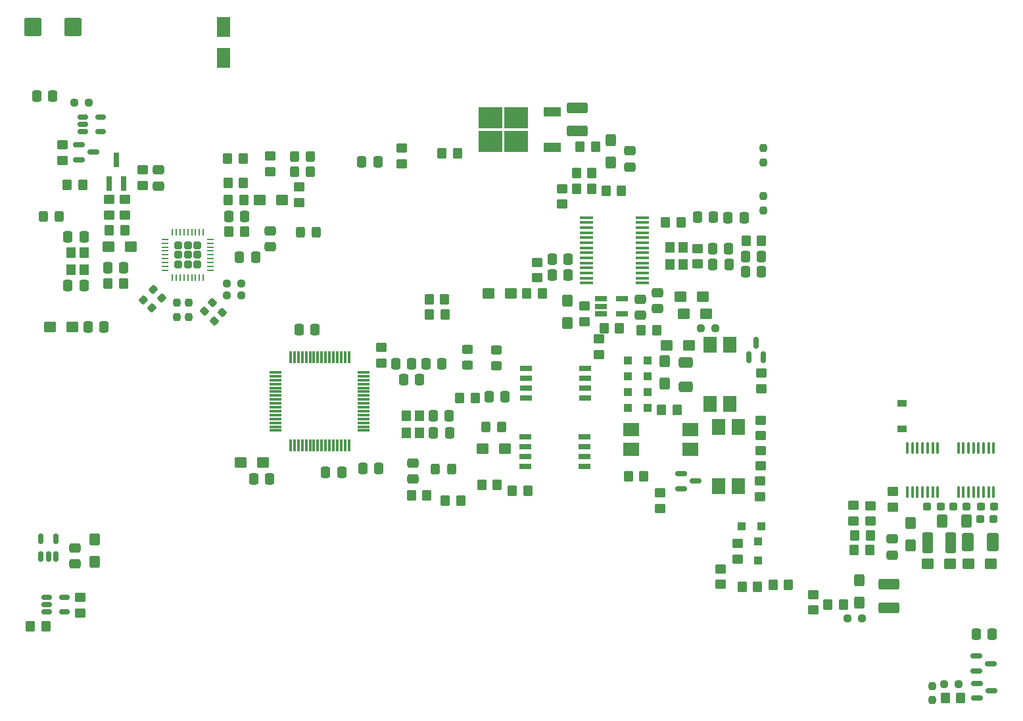
<source format=gbr>
%TF.GenerationSoftware,KiCad,Pcbnew,6.0.2+dfsg-1*%
%TF.CreationDate,2024-03-10T18:27:38+01:00*%
%TF.ProjectId,radio-usb,72616469-6f2d-4757-9362-2e6b69636164,rev?*%
%TF.SameCoordinates,Original*%
%TF.FileFunction,Paste,Top*%
%TF.FilePolarity,Positive*%
%FSLAX46Y46*%
G04 Gerber Fmt 4.6, Leading zero omitted, Abs format (unit mm)*
G04 Created by KiCad (PCBNEW 6.0.2+dfsg-1) date 2024-03-10 18:27:38*
%MOMM*%
%LPD*%
G01*
G04 APERTURE LIST*
G04 Aperture macros list*
%AMRoundRect*
0 Rectangle with rounded corners*
0 $1 Rounding radius*
0 $2 $3 $4 $5 $6 $7 $8 $9 X,Y pos of 4 corners*
0 Add a 4 corners polygon primitive as box body*
4,1,4,$2,$3,$4,$5,$6,$7,$8,$9,$2,$3,0*
0 Add four circle primitives for the rounded corners*
1,1,$1+$1,$2,$3*
1,1,$1+$1,$4,$5*
1,1,$1+$1,$6,$7*
1,1,$1+$1,$8,$9*
0 Add four rect primitives between the rounded corners*
20,1,$1+$1,$2,$3,$4,$5,0*
20,1,$1+$1,$4,$5,$6,$7,0*
20,1,$1+$1,$6,$7,$8,$9,0*
20,1,$1+$1,$8,$9,$2,$3,0*%
G04 Aperture macros list end*
%ADD10RoundRect,0.250000X0.450000X-0.350000X0.450000X0.350000X-0.450000X0.350000X-0.450000X-0.350000X0*%
%ADD11RoundRect,0.250000X-0.537500X-0.425000X0.537500X-0.425000X0.537500X0.425000X-0.537500X0.425000X0*%
%ADD12RoundRect,0.250000X-0.337500X-0.475000X0.337500X-0.475000X0.337500X0.475000X-0.337500X0.475000X0*%
%ADD13R,1.800000X2.500000*%
%ADD14RoundRect,0.250001X-0.462499X-1.074999X0.462499X-1.074999X0.462499X1.074999X-0.462499X1.074999X0*%
%ADD15RoundRect,0.250000X-0.350000X-0.450000X0.350000X-0.450000X0.350000X0.450000X-0.350000X0.450000X0*%
%ADD16RoundRect,0.237500X-0.250000X-0.237500X0.250000X-0.237500X0.250000X0.237500X-0.250000X0.237500X0*%
%ADD17RoundRect,0.250000X-0.450000X0.325000X-0.450000X-0.325000X0.450000X-0.325000X0.450000X0.325000X0*%
%ADD18RoundRect,0.250000X-0.475000X0.337500X-0.475000X-0.337500X0.475000X-0.337500X0.475000X0.337500X0*%
%ADD19RoundRect,0.250000X0.475000X-0.337500X0.475000X0.337500X-0.475000X0.337500X-0.475000X-0.337500X0*%
%ADD20RoundRect,0.250000X0.337500X0.475000X-0.337500X0.475000X-0.337500X-0.475000X0.337500X-0.475000X0*%
%ADD21RoundRect,0.250001X1.074999X-0.462499X1.074999X0.462499X-1.074999X0.462499X-1.074999X-0.462499X0*%
%ADD22RoundRect,0.250000X-0.425000X0.537500X-0.425000X-0.537500X0.425000X-0.537500X0.425000X0.537500X0*%
%ADD23RoundRect,0.237500X-0.344715X0.008839X0.008839X-0.344715X0.344715X-0.008839X-0.008839X0.344715X0*%
%ADD24RoundRect,0.250000X0.325000X0.450000X-0.325000X0.450000X-0.325000X-0.450000X0.325000X-0.450000X0*%
%ADD25RoundRect,0.250000X0.425000X-0.537500X0.425000X0.537500X-0.425000X0.537500X-0.425000X-0.537500X0*%
%ADD26RoundRect,0.250001X-1.074999X0.462499X-1.074999X-0.462499X1.074999X-0.462499X1.074999X0.462499X0*%
%ADD27RoundRect,0.250000X0.537500X0.425000X-0.537500X0.425000X-0.537500X-0.425000X0.537500X-0.425000X0*%
%ADD28R,1.600000X0.760000*%
%ADD29RoundRect,0.150000X-0.587500X-0.150000X0.587500X-0.150000X0.587500X0.150000X-0.587500X0.150000X0*%
%ADD30R,1.000000X1.000000*%
%ADD31RoundRect,0.237500X-0.237500X0.250000X-0.237500X-0.250000X0.237500X-0.250000X0.237500X0.250000X0*%
%ADD32RoundRect,0.237500X0.008839X0.344715X-0.344715X-0.008839X-0.008839X-0.344715X0.344715X0.008839X0*%
%ADD33RoundRect,0.250000X0.350000X0.450000X-0.350000X0.450000X-0.350000X-0.450000X0.350000X-0.450000X0*%
%ADD34RoundRect,0.250000X-0.650000X0.412500X-0.650000X-0.412500X0.650000X-0.412500X0.650000X0.412500X0*%
%ADD35RoundRect,0.250000X-0.450000X0.350000X-0.450000X-0.350000X0.450000X-0.350000X0.450000X0.350000X0*%
%ADD36RoundRect,0.150000X0.150000X-0.587500X0.150000X0.587500X-0.150000X0.587500X-0.150000X-0.587500X0*%
%ADD37RoundRect,0.237500X0.250000X0.237500X-0.250000X0.237500X-0.250000X-0.237500X0.250000X-0.237500X0*%
%ADD38RoundRect,0.150000X0.150000X-0.512500X0.150000X0.512500X-0.150000X0.512500X-0.150000X-0.512500X0*%
%ADD39R,1.200000X0.900000*%
%ADD40RoundRect,0.237500X0.300000X0.237500X-0.300000X0.237500X-0.300000X-0.237500X0.300000X-0.237500X0*%
%ADD41RoundRect,0.237500X0.237500X-0.250000X0.237500X0.250000X-0.237500X0.250000X-0.237500X-0.250000X0*%
%ADD42RoundRect,0.100000X0.100000X-0.637500X0.100000X0.637500X-0.100000X0.637500X-0.100000X-0.637500X0*%
%ADD43R,1.780000X2.000000*%
%ADD44RoundRect,0.250000X-0.400000X-0.625000X0.400000X-0.625000X0.400000X0.625000X-0.400000X0.625000X0*%
%ADD45RoundRect,0.237500X-0.300000X-0.237500X0.300000X-0.237500X0.300000X0.237500X-0.300000X0.237500X0*%
%ADD46R,3.050000X2.750000*%
%ADD47R,2.200000X1.200000*%
%ADD48R,1.200000X1.400000*%
%ADD49R,1.750000X0.450000*%
%ADD50RoundRect,0.150000X-0.512500X-0.150000X0.512500X-0.150000X0.512500X0.150000X-0.512500X0.150000X0*%
%ADD51RoundRect,0.250001X-0.499999X-0.924999X0.499999X-0.924999X0.499999X0.924999X-0.499999X0.924999X0*%
%ADD52R,1.560000X0.650000*%
%ADD53RoundRect,0.250000X-0.325000X-0.450000X0.325000X-0.450000X0.325000X0.450000X-0.325000X0.450000X0*%
%ADD54R,2.000000X1.780000*%
%ADD55RoundRect,0.247500X0.247500X-0.247500X0.247500X0.247500X-0.247500X0.247500X-0.247500X-0.247500X0*%
%ADD56RoundRect,0.062500X0.062500X-0.350000X0.062500X0.350000X-0.062500X0.350000X-0.062500X-0.350000X0*%
%ADD57RoundRect,0.062500X0.350000X-0.062500X0.350000X0.062500X-0.350000X0.062500X-0.350000X-0.062500X0*%
%ADD58R,0.800000X1.900000*%
%ADD59RoundRect,0.075000X0.700000X0.075000X-0.700000X0.075000X-0.700000X-0.075000X0.700000X-0.075000X0*%
%ADD60RoundRect,0.075000X0.075000X0.700000X-0.075000X0.700000X-0.075000X-0.700000X0.075000X-0.700000X0*%
%ADD61RoundRect,0.250000X0.875000X0.925000X-0.875000X0.925000X-0.875000X-0.925000X0.875000X-0.925000X0*%
G04 APERTURE END LIST*
D10*
%TO.C,R27*%
X134010400Y-80552800D03*
X134010400Y-78552800D03*
%TD*%
D11*
%TO.C,C61*%
X121981100Y-68910200D03*
X124856100Y-68910200D03*
%TD*%
%TO.C,C38*%
X98206700Y-82219800D03*
X101081700Y-82219800D03*
%TD*%
D12*
%TO.C,C34*%
X88036400Y-73374522D03*
X90111400Y-73374522D03*
%TD*%
D13*
%TO.C,D4*%
X64846200Y-27946600D03*
X64846200Y-31946600D03*
%TD*%
D14*
%TO.C,L2*%
X155560700Y-94310200D03*
X158535700Y-94310200D03*
%TD*%
D15*
%TO.C,R34*%
X39995600Y-105054400D03*
X41995600Y-105054400D03*
%TD*%
D16*
%TO.C,R17*%
X45671100Y-37719000D03*
X47496100Y-37719000D03*
%TD*%
D17*
%TO.C,D16*%
X96266000Y-69409200D03*
X96266000Y-71459200D03*
%TD*%
D18*
%TO.C,C9*%
X70891400Y-54182100D03*
X70891400Y-56257100D03*
%TD*%
D19*
%TO.C,C57*%
X120777000Y-64228800D03*
X120777000Y-62153800D03*
%TD*%
D20*
%TO.C,C58*%
X109241500Y-57810400D03*
X107166500Y-57810400D03*
%TD*%
D21*
%TO.C,L3*%
X150571200Y-102681100D03*
X150571200Y-99706100D03*
%TD*%
D15*
%TO.C,R10*%
X50003200Y-61010800D03*
X52003200Y-61010800D03*
%TD*%
D22*
%TO.C,C42*%
X48310800Y-93914100D03*
X48310800Y-96789100D03*
%TD*%
D12*
%TO.C,C14*%
X66932900Y-57607200D03*
X69007900Y-57607200D03*
%TD*%
D10*
%TO.C,R16*%
X44145200Y-45145200D03*
X44145200Y-43145200D03*
%TD*%
D20*
%TO.C,C59*%
X109241500Y-59842400D03*
X107166500Y-59842400D03*
%TD*%
D23*
%TO.C,R46*%
X63449200Y-63423800D03*
X64739670Y-64714270D03*
%TD*%
D15*
%TO.C,R33*%
X146167600Y-93370400D03*
X148167600Y-93370400D03*
%TD*%
D10*
%TO.C,R14*%
X50165000Y-52155600D03*
X50165000Y-50155600D03*
%TD*%
D12*
%TO.C,C51*%
X127842100Y-56464200D03*
X129917100Y-56464200D03*
%TD*%
D24*
%TO.C,L4*%
X100669200Y-79445122D03*
X98619200Y-79445122D03*
%TD*%
D25*
%TO.C,C60*%
X121691400Y-73878300D03*
X121691400Y-71003300D03*
%TD*%
D26*
%TO.C,L5*%
X110439200Y-38390500D03*
X110439200Y-41365500D03*
%TD*%
D27*
%TO.C,C13*%
X52923300Y-56261000D03*
X50048300Y-56261000D03*
%TD*%
D11*
%TO.C,C18*%
X160792300Y-97028000D03*
X163667300Y-97028000D03*
%TD*%
D28*
%TO.C,SW5*%
X103755100Y-80664322D03*
X103755100Y-81934322D03*
X103755100Y-83204322D03*
X103755100Y-84474322D03*
X111375100Y-84474322D03*
X111375100Y-83204322D03*
X111375100Y-81934322D03*
X111375100Y-80664322D03*
%TD*%
D18*
%TO.C,C39*%
X117170200Y-43869700D03*
X117170200Y-45944700D03*
%TD*%
D11*
%TO.C,C11*%
X69504700Y-50215800D03*
X72379700Y-50215800D03*
%TD*%
D15*
%TO.C,R57*%
X91354400Y-62992000D03*
X93354400Y-62992000D03*
%TD*%
D29*
%TO.C,Q3*%
X161876500Y-112435600D03*
X161876500Y-114335600D03*
X163751500Y-113385600D03*
%TD*%
D20*
%TO.C,C5*%
X46884500Y-54940200D03*
X44809500Y-54940200D03*
%TD*%
D10*
%TO.C,R23*%
X46380400Y-103362000D03*
X46380400Y-101362000D03*
%TD*%
D15*
%TO.C,R64*%
X110302800Y-46786800D03*
X112302800Y-46786800D03*
%TD*%
D11*
%TO.C,C50*%
X124165500Y-64871600D03*
X127040500Y-64871600D03*
%TD*%
D30*
%TO.C,D10*%
X133731000Y-94127000D03*
X133731000Y-96627000D03*
%TD*%
%TO.C,D18*%
X119461600Y-72898000D03*
X116961600Y-72898000D03*
%TD*%
%TO.C,D17*%
X119461600Y-70891400D03*
X116961600Y-70891400D03*
%TD*%
D31*
%TO.C,R22*%
X58877200Y-63425700D03*
X58877200Y-65250700D03*
%TD*%
D11*
%TO.C,C54*%
X123759100Y-62661800D03*
X126634100Y-62661800D03*
%TD*%
D12*
%TO.C,C28*%
X90932000Y-71342522D03*
X93007000Y-71342522D03*
%TD*%
D10*
%TO.C,R2*%
X74650600Y-50530000D03*
X74650600Y-48530000D03*
%TD*%
D15*
%TO.C,R53*%
X110760000Y-43357800D03*
X112760000Y-43357800D03*
%TD*%
D32*
%TO.C,R30*%
X56906235Y-62829365D03*
X55615765Y-64119835D03*
%TD*%
D33*
%TO.C,R44*%
X97262100Y-75711322D03*
X95262100Y-75711322D03*
%TD*%
D34*
%TO.C,C62*%
X124358400Y-71106900D03*
X124358400Y-74231900D03*
%TD*%
D15*
%TO.C,R51*%
X93437200Y-88925400D03*
X95437200Y-88925400D03*
%TD*%
D35*
%TO.C,R25*%
X131089400Y-94453200D03*
X131089400Y-96453200D03*
%TD*%
D22*
%TO.C,C48*%
X109118400Y-63180100D03*
X109118400Y-66055100D03*
%TD*%
D10*
%TO.C,R65*%
X134010400Y-84439000D03*
X134010400Y-82439000D03*
%TD*%
D30*
%TO.C,D19*%
X119461600Y-74904600D03*
X116961600Y-74904600D03*
%TD*%
D36*
%TO.C,Q4*%
X132527000Y-70431900D03*
X134427000Y-70431900D03*
X133477000Y-68556900D03*
%TD*%
D37*
%TO.C,R35*%
X147089500Y-104063800D03*
X145264500Y-104063800D03*
%TD*%
D18*
%TO.C,C10*%
X45770800Y-94974500D03*
X45770800Y-97049500D03*
%TD*%
D19*
%TO.C,C21*%
X150977600Y-95931900D03*
X150977600Y-93856900D03*
%TD*%
D35*
%TO.C,R80*%
X121107200Y-87900000D03*
X121107200Y-89900000D03*
%TD*%
D37*
%TO.C,R78*%
X128166500Y-66751200D03*
X126341500Y-66751200D03*
%TD*%
D22*
%TO.C,C37*%
X114757200Y-42504500D03*
X114757200Y-45379500D03*
%TD*%
D15*
%TO.C,R5*%
X50181000Y-54152800D03*
X52181000Y-54152800D03*
%TD*%
D33*
%TO.C,R49*%
X100110800Y-86868000D03*
X98110800Y-86868000D03*
%TD*%
D16*
%TO.C,R43*%
X65305300Y-62484000D03*
X67130300Y-62484000D03*
%TD*%
D29*
%TO.C,Q5*%
X123776500Y-85460800D03*
X123776500Y-87360800D03*
X125651500Y-86410800D03*
%TD*%
D16*
%TO.C,R42*%
X65305300Y-60960000D03*
X67130300Y-60960000D03*
%TD*%
D12*
%TO.C,C52*%
X127867500Y-58496200D03*
X129942500Y-58496200D03*
%TD*%
D38*
%TO.C,U4*%
X41366400Y-96133500D03*
X42316400Y-96133500D03*
X43266400Y-96133500D03*
X43266400Y-93858500D03*
X41366400Y-93858500D03*
%TD*%
D27*
%TO.C,C49*%
X101894500Y-62230000D03*
X99019500Y-62230000D03*
%TD*%
D39*
%TO.C,D7*%
X152222200Y-79678800D03*
X152222200Y-76378800D03*
%TD*%
D29*
%TO.C,Q2*%
X161800300Y-108930400D03*
X161800300Y-110830400D03*
X163675300Y-109880400D03*
%TD*%
D10*
%TO.C,R79*%
X128905000Y-99679000D03*
X128905000Y-97679000D03*
%TD*%
D35*
%TO.C,R9*%
X148183600Y-89551000D03*
X148183600Y-91551000D03*
%TD*%
D40*
%TO.C,C32*%
X160577700Y-89636600D03*
X158852700Y-89636600D03*
%TD*%
D33*
%TO.C,R54*%
X123783600Y-53111400D03*
X121783600Y-53111400D03*
%TD*%
D20*
%TO.C,C1*%
X49475300Y-66522600D03*
X47400300Y-66522600D03*
%TD*%
D41*
%TO.C,R70*%
X134391400Y-51560100D03*
X134391400Y-49735100D03*
%TD*%
D15*
%TO.C,R21*%
X131638800Y-99999800D03*
X133638800Y-99999800D03*
%TD*%
D23*
%TO.C,R48*%
X62382400Y-64490600D03*
X63672870Y-65781070D03*
%TD*%
D42*
%TO.C,U13*%
X159497600Y-87850900D03*
X160147600Y-87850900D03*
X160797600Y-87850900D03*
X161447600Y-87850900D03*
X162097600Y-87850900D03*
X162747600Y-87850900D03*
X163397600Y-87850900D03*
X164047600Y-87850900D03*
X164047600Y-82125900D03*
X163397600Y-82125900D03*
X162747600Y-82125900D03*
X162097600Y-82125900D03*
X161447600Y-82125900D03*
X160797600Y-82125900D03*
X160147600Y-82125900D03*
X159497598Y-82125896D03*
%TD*%
D15*
%TO.C,R60*%
X118659400Y-66954400D03*
X120659400Y-66954400D03*
%TD*%
D31*
%TO.C,R24*%
X60401200Y-63425700D03*
X60401200Y-65250700D03*
%TD*%
D20*
%TO.C,C55*%
X134158900Y-57531000D03*
X132083900Y-57531000D03*
%TD*%
D35*
%TO.C,R38*%
X146024600Y-89500200D03*
X146024600Y-91500200D03*
%TD*%
D12*
%TO.C,C4*%
X82680900Y-45339000D03*
X84755900Y-45339000D03*
%TD*%
D33*
%TO.C,R72*%
X112302800Y-48768000D03*
X110302800Y-48768000D03*
%TD*%
%TO.C,R4*%
X67471800Y-50215800D03*
X65471800Y-50215800D03*
%TD*%
D15*
%TO.C,R29*%
X135626600Y-99720400D03*
X137626600Y-99720400D03*
%TD*%
D10*
%TO.C,R18*%
X87833200Y-45526200D03*
X87833200Y-43526200D03*
%TD*%
D30*
%TO.C,D20*%
X119461600Y-76936600D03*
X116961600Y-76936600D03*
%TD*%
D32*
%TO.C,R26*%
X55839435Y-61762565D03*
X54548965Y-63053035D03*
%TD*%
D33*
%TO.C,R6*%
X67573400Y-54305200D03*
X65573400Y-54305200D03*
%TD*%
%TO.C,R62*%
X105902000Y-62204600D03*
X103902000Y-62204600D03*
%TD*%
D20*
%TO.C,C36*%
X101138900Y-75565000D03*
X99063900Y-75565000D03*
%TD*%
D15*
%TO.C,R1*%
X44745400Y-48260000D03*
X46745400Y-48260000D03*
%TD*%
D43*
%TO.C,U20*%
X128625600Y-87020400D03*
X131165600Y-87020400D03*
X131165600Y-79400400D03*
X128625600Y-79400400D03*
%TD*%
D44*
%TO.C,R20*%
X157428600Y-91541600D03*
X160528600Y-91541600D03*
%TD*%
D30*
%TO.C,D9*%
X131617400Y-92202000D03*
X134117400Y-92202000D03*
%TD*%
D28*
%TO.C,SW4*%
X103831300Y-71901322D03*
X103831300Y-73171322D03*
X103831300Y-74441322D03*
X103831300Y-75711322D03*
X111451300Y-75711322D03*
X111451300Y-74441322D03*
X111451300Y-73171322D03*
X111451300Y-71901322D03*
%TD*%
D45*
%TO.C,C29*%
X162383300Y-89687400D03*
X164108300Y-89687400D03*
%TD*%
D25*
%TO.C,C16*%
X153365200Y-94655500D03*
X153365200Y-91780500D03*
%TD*%
D12*
%TO.C,C27*%
X125911700Y-52451000D03*
X127986700Y-52451000D03*
%TD*%
D10*
%TO.C,R45*%
X108483400Y-50758600D03*
X108483400Y-48758600D03*
%TD*%
%TO.C,R61*%
X105283000Y-60232800D03*
X105283000Y-58232800D03*
%TD*%
D43*
%TO.C,U21*%
X127508000Y-76479400D03*
X130048000Y-76479400D03*
X130048000Y-68859400D03*
X127508000Y-68859400D03*
%TD*%
D15*
%TO.C,R32*%
X146066000Y-95275400D03*
X148066000Y-95275400D03*
%TD*%
D35*
%TO.C,R40*%
X151028400Y-87747600D03*
X151028400Y-89747600D03*
%TD*%
D15*
%TO.C,R52*%
X89068400Y-88265000D03*
X91068400Y-88265000D03*
%TD*%
D35*
%TO.C,R15*%
X54457600Y-46345600D03*
X54457600Y-48345600D03*
%TD*%
D20*
%TO.C,C43*%
X131923700Y-52476400D03*
X129848700Y-52476400D03*
%TD*%
D17*
%TO.C,D15*%
X99999800Y-69485400D03*
X99999800Y-71535400D03*
%TD*%
D27*
%TO.C,C56*%
X69988200Y-83966322D03*
X67113200Y-83966322D03*
%TD*%
D12*
%TO.C,C35*%
X87045800Y-71342522D03*
X89120800Y-71342522D03*
%TD*%
%TO.C,C45*%
X132058500Y-59486800D03*
X134133500Y-59486800D03*
%TD*%
%TO.C,C25*%
X82804000Y-84728322D03*
X84879000Y-84728322D03*
%TD*%
D24*
%TO.C,D6*%
X76056600Y-46609000D03*
X74006600Y-46609000D03*
%TD*%
D33*
%TO.C,R81*%
X119008400Y-85750400D03*
X117008400Y-85750400D03*
%TD*%
%TO.C,R8*%
X67421000Y-44907200D03*
X65421000Y-44907200D03*
%TD*%
%TO.C,R41*%
X159800800Y-114274600D03*
X157800800Y-114274600D03*
%TD*%
D10*
%TO.C,R31*%
X140817600Y-102981000D03*
X140817600Y-100981000D03*
%TD*%
D46*
%TO.C,U7*%
X102572000Y-42698400D03*
X99222000Y-39648400D03*
X99222000Y-42698400D03*
X102572000Y-39648400D03*
D47*
X107197000Y-43453400D03*
X107197000Y-38893400D03*
%TD*%
D15*
%TO.C,R77*%
X113858800Y-66700400D03*
X115858800Y-66700400D03*
%TD*%
D45*
%TO.C,C33*%
X162332500Y-91287600D03*
X164057500Y-91287600D03*
%TD*%
D48*
%TO.C,Y2*%
X88401700Y-78014922D03*
X88401700Y-80214922D03*
X90101700Y-80214922D03*
X90101700Y-78014922D03*
%TD*%
D10*
%TO.C,R55*%
X125919611Y-58462598D03*
X125919611Y-56462598D03*
%TD*%
D19*
%TO.C,C41*%
X89277100Y-86121422D03*
X89277100Y-84046422D03*
%TD*%
D10*
%TO.C,R3*%
X70891400Y-46567600D03*
X70891400Y-44567600D03*
%TD*%
D33*
%TO.C,R19*%
X94980000Y-44221400D03*
X92980000Y-44221400D03*
%TD*%
D41*
%TO.C,R36*%
X156108400Y-114577500D03*
X156108400Y-112752500D03*
%TD*%
D49*
%TO.C,U15*%
X111614400Y-52467800D03*
X111614400Y-53117800D03*
X111614407Y-53767812D03*
X111614407Y-54417798D03*
X111614407Y-55067810D03*
X111614407Y-55717796D03*
X111614407Y-56367807D03*
X111614400Y-57017800D03*
X111614400Y-57667800D03*
X111614400Y-58317800D03*
X111614407Y-58967802D03*
X111614400Y-59617800D03*
X111614400Y-60267800D03*
X111614400Y-60917800D03*
X118814400Y-60917800D03*
X118814400Y-60267800D03*
X118814400Y-59617800D03*
X118814393Y-58967802D03*
X118814400Y-58317800D03*
X118814400Y-57667800D03*
X118814400Y-57017800D03*
X118814393Y-56367807D03*
X118814400Y-55717800D03*
X118814400Y-55067800D03*
X118814393Y-54417798D03*
X118814393Y-53767812D03*
X118814400Y-53117800D03*
X118814393Y-52467789D03*
%TD*%
D33*
%TO.C,R7*%
X67446400Y-47980600D03*
X65446400Y-47980600D03*
%TD*%
D15*
%TO.C,R59*%
X91379800Y-64947800D03*
X93379800Y-64947800D03*
%TD*%
D20*
%TO.C,C2*%
X46884500Y-61214000D03*
X44809500Y-61214000D03*
%TD*%
D18*
%TO.C,C7*%
X56515000Y-46333500D03*
X56515000Y-48408500D03*
%TD*%
D45*
%TO.C,C24*%
X155499900Y-89636600D03*
X157224900Y-89636600D03*
%TD*%
D15*
%TO.C,R39*%
X142687800Y-102311200D03*
X144687800Y-102311200D03*
%TD*%
D50*
%TO.C,U5*%
X46741500Y-39537600D03*
X46741500Y-40487600D03*
X46741500Y-41437600D03*
X49016500Y-41437600D03*
X49016500Y-39537600D03*
%TD*%
D12*
%TO.C,C6*%
X49965700Y-58953400D03*
X52040700Y-58953400D03*
%TD*%
%TO.C,C31*%
X91871800Y-78022722D03*
X93946800Y-78022722D03*
%TD*%
D51*
%TO.C,C19*%
X160681000Y-94259400D03*
X163931000Y-94259400D03*
%TD*%
D10*
%TO.C,R28*%
X133934200Y-88376000D03*
X133934200Y-86376000D03*
%TD*%
D42*
%TO.C,U9*%
X152939200Y-87850900D03*
X153589200Y-87850900D03*
X154239200Y-87850900D03*
X154889200Y-87850900D03*
X155539211Y-87850904D03*
X156189197Y-87850904D03*
X156839200Y-87850900D03*
X156839200Y-82125900D03*
X156189200Y-82125900D03*
X155539200Y-82125900D03*
X154889200Y-82125900D03*
X154239189Y-82125896D03*
X153589200Y-82125900D03*
X152939191Y-82125896D03*
%TD*%
D52*
%TO.C,U23*%
X113458000Y-62956400D03*
X113458000Y-63906400D03*
X113458000Y-64856400D03*
X116158000Y-64856400D03*
X116158000Y-62956400D03*
%TD*%
D53*
%TO.C,D1*%
X41697800Y-52349400D03*
X43747800Y-52349400D03*
%TD*%
D15*
%TO.C,R50*%
X102073200Y-87655400D03*
X104073200Y-87655400D03*
%TD*%
D54*
%TO.C,U18*%
X124993400Y-82321400D03*
X124993400Y-79781400D03*
X117373400Y-79781400D03*
X117373400Y-82321400D03*
%TD*%
D33*
%TO.C,R58*%
X134146800Y-55499000D03*
X132146800Y-55499000D03*
%TD*%
%TO.C,R71*%
X116112800Y-49072800D03*
X114112800Y-49072800D03*
%TD*%
D10*
%TO.C,R67*%
X113207800Y-70113400D03*
X113207800Y-68113400D03*
%TD*%
D12*
%TO.C,C12*%
X65510500Y-52298600D03*
X67585500Y-52298600D03*
%TD*%
D53*
%TO.C,D5*%
X74006600Y-44602400D03*
X76056600Y-44602400D03*
%TD*%
D33*
%TO.C,R66*%
X123275600Y-77190600D03*
X121275600Y-77190600D03*
%TD*%
D11*
%TO.C,C20*%
X155534500Y-97002600D03*
X158409500Y-97002600D03*
%TD*%
D18*
%TO.C,C46*%
X118592600Y-62995900D03*
X118592600Y-65070900D03*
%TD*%
D11*
%TO.C,C8*%
X42555300Y-66522600D03*
X45430300Y-66522600D03*
%TD*%
D12*
%TO.C,C47*%
X74574400Y-66922922D03*
X76649400Y-66922922D03*
%TD*%
D10*
%TO.C,R68*%
X111328200Y-65846200D03*
X111328200Y-63846200D03*
%TD*%
D29*
%TO.C,Q1*%
X46230300Y-43119000D03*
X46230300Y-45019000D03*
X48105300Y-44069000D03*
%TD*%
D16*
%TO.C,R37*%
X157710500Y-112522000D03*
X159535500Y-112522000D03*
%TD*%
D12*
%TO.C,C53*%
X78003400Y-85312522D03*
X80078400Y-85312522D03*
%TD*%
%TO.C,C17*%
X40821700Y-36880800D03*
X42896700Y-36880800D03*
%TD*%
D20*
%TO.C,C22*%
X163851500Y-106095800D03*
X161776500Y-106095800D03*
%TD*%
D10*
%TO.C,R47*%
X85162300Y-71174122D03*
X85162300Y-69174122D03*
%TD*%
D48*
%TO.C,Y1*%
X46900200Y-59189800D03*
X46900200Y-56989800D03*
X45200200Y-56989800D03*
X45200200Y-59189800D03*
%TD*%
D20*
%TO.C,C26*%
X70832800Y-86125322D03*
X68757800Y-86125322D03*
%TD*%
D24*
%TO.C,L6*%
X94213700Y-84880722D03*
X92163700Y-84880722D03*
%TD*%
D10*
%TO.C,R63*%
X134112000Y-74507600D03*
X134112000Y-72507600D03*
%TD*%
D35*
%TO.C,R13*%
X52146200Y-50155600D03*
X52146200Y-52155600D03*
%TD*%
D22*
%TO.C,C23*%
X146735800Y-99197300D03*
X146735800Y-102072300D03*
%TD*%
D55*
%TO.C,U6*%
X59044200Y-57277000D03*
X60274200Y-58507000D03*
X60274200Y-56047000D03*
X59044200Y-56047000D03*
X59044200Y-58507000D03*
X61504200Y-57277000D03*
X61504200Y-58507000D03*
X61504200Y-56047000D03*
X60274200Y-57277000D03*
D56*
X58274200Y-60214500D03*
X58774200Y-60214500D03*
X59274200Y-60214500D03*
X59774200Y-60214500D03*
X60274200Y-60214500D03*
X60774200Y-60214500D03*
X61274200Y-60214500D03*
X61774200Y-60214500D03*
X62274200Y-60214500D03*
D57*
X63211700Y-59277000D03*
X63211710Y-58776997D03*
X63211700Y-58277000D03*
X63211710Y-57776999D03*
X63211710Y-57277000D03*
X63211700Y-56777000D03*
X63211710Y-56277002D03*
X63211700Y-55777000D03*
X63211700Y-55277000D03*
D56*
X62274200Y-54339500D03*
X61774200Y-54339500D03*
X61274198Y-54339490D03*
X60774200Y-54339500D03*
X60274200Y-54339500D03*
X59774200Y-54339500D03*
X59274200Y-54339500D03*
X58774200Y-54339500D03*
X58274200Y-54339500D03*
D57*
X57336700Y-55277000D03*
X57336704Y-55776992D03*
X57336700Y-56277000D03*
X57336700Y-56777000D03*
X57336700Y-57277000D03*
X57336700Y-57777000D03*
X57336700Y-58277000D03*
X57336700Y-58777000D03*
X57336700Y-59277000D03*
%TD*%
D58*
%TO.C,U3*%
X50104000Y-48083600D03*
X52004000Y-48083600D03*
X51054000Y-45083600D03*
%TD*%
D12*
%TO.C,C30*%
X91897200Y-80232522D03*
X93972200Y-80232522D03*
%TD*%
D41*
%TO.C,R69*%
X134416800Y-45387900D03*
X134416800Y-43562900D03*
%TD*%
D50*
%TO.C,U10*%
X42118700Y-101361200D03*
X42118700Y-102311200D03*
X42118700Y-103261200D03*
X44393700Y-103261200D03*
X44393700Y-101361200D03*
%TD*%
D24*
%TO.C,L1*%
X76793200Y-54381400D03*
X74743200Y-54381400D03*
%TD*%
D59*
%TO.C,U17*%
X82937883Y-79893135D03*
X82937900Y-79393122D03*
X82937900Y-78893122D03*
X82937900Y-78393122D03*
X82937895Y-77893131D03*
X82937895Y-77393132D03*
X82937895Y-76893133D03*
X82937895Y-76393134D03*
X82937895Y-75893110D03*
X82937895Y-75393111D03*
X82937895Y-74893112D03*
X82937900Y-74393122D03*
X82937895Y-73893114D03*
X82937900Y-73393122D03*
X82937895Y-72893116D03*
X82937900Y-72393122D03*
D60*
X81012905Y-70468127D03*
X80512900Y-70468122D03*
X80012900Y-70468122D03*
X79512900Y-70468122D03*
X79012900Y-70468122D03*
X78512900Y-70468122D03*
X78012911Y-70468127D03*
X77512900Y-70468122D03*
X77012900Y-70468122D03*
X76512900Y-70468122D03*
X76012900Y-70468122D03*
X75512900Y-70468122D03*
X75012900Y-70468122D03*
X74512893Y-70468127D03*
X74012900Y-70468122D03*
X73512895Y-70468127D03*
D59*
X71587900Y-72393122D03*
X71587905Y-72893116D03*
X71587905Y-73393115D03*
X71587905Y-73893114D03*
X71587900Y-74393122D03*
X71587900Y-74893122D03*
X71587900Y-75393122D03*
X71587900Y-75893122D03*
X71587900Y-76393122D03*
X71587900Y-76893122D03*
X71587900Y-77393122D03*
X71587900Y-77893122D03*
X71587905Y-78393130D03*
X71587900Y-78893122D03*
X71587900Y-79393122D03*
X71587900Y-79893122D03*
D60*
X73512900Y-81818122D03*
X74012894Y-81818117D03*
X74512893Y-81818117D03*
X75012892Y-81818117D03*
X75512891Y-81818117D03*
X76012900Y-81818122D03*
X76512900Y-81818122D03*
X77012900Y-81818122D03*
X77512912Y-81818117D03*
X78012900Y-81818122D03*
X78512900Y-81818122D03*
X79012900Y-81818122D03*
X79512908Y-81818117D03*
X80012907Y-81818117D03*
X80512900Y-81818122D03*
X81012900Y-81818122D03*
%TD*%
D61*
%TO.C,C3*%
X45450600Y-27965400D03*
X40350600Y-27965400D03*
%TD*%
D48*
%TO.C,Y3*%
X124026400Y-58537200D03*
X124026400Y-56337200D03*
X122326400Y-56337200D03*
X122326400Y-58537200D03*
%TD*%
M02*

</source>
